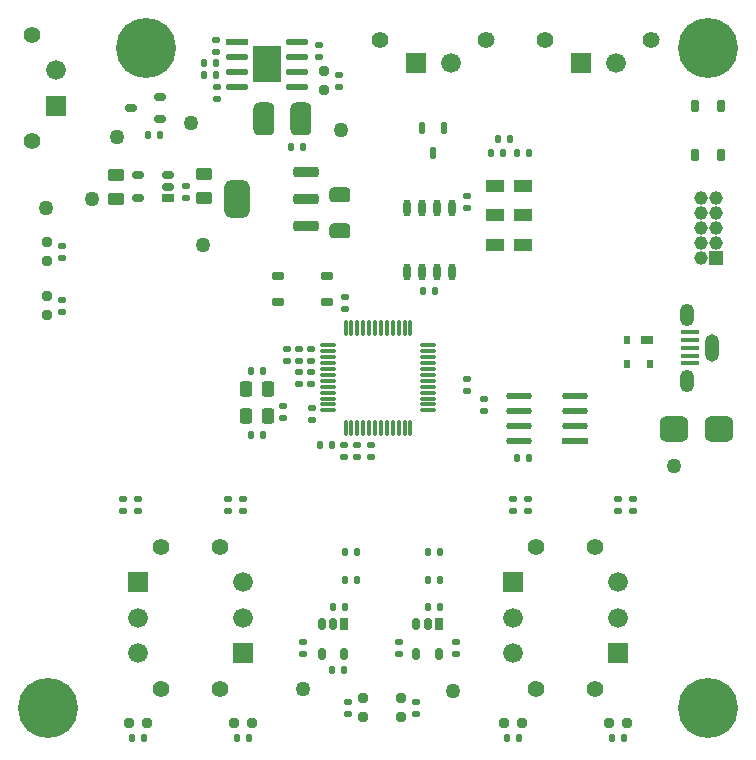
<source format=gbr>
%TF.GenerationSoftware,Altium Limited,Altium Designer,24.5.2 (23)*%
G04 Layer_Color=8388736*
%FSLAX45Y45*%
%MOMM*%
%TF.SameCoordinates,627A3E5C-85DC-498E-B9C8-82595492641C*%
%TF.FilePolarity,Negative*%
%TF.FileFunction,Soldermask,Top*%
%TF.Part,Single*%
G01*
G75*
%TA.AperFunction,SMDPad,CuDef*%
%ADD10C,1.27000*%
%ADD11R,1.60000X1.00000*%
G04:AMPARAMS|DCode=12|XSize=2.15mm|YSize=2.45mm|CornerRadius=0.5375mm|HoleSize=0mm|Usage=FLASHONLY|Rotation=270.000|XOffset=0mm|YOffset=0mm|HoleType=Round|Shape=RoundedRectangle|*
%AMROUNDEDRECTD12*
21,1,2.15000,1.37500,0,0,270.0*
21,1,1.07500,2.45000,0,0,270.0*
1,1,1.07500,-0.68750,-0.53750*
1,1,1.07500,-0.68750,0.53750*
1,1,1.07500,0.68750,0.53750*
1,1,1.07500,0.68750,-0.53750*
%
%ADD12ROUNDEDRECTD12*%
%ADD13R,1.92006X0.58213*%
G04:AMPARAMS|DCode=14|XSize=1.92006mm|YSize=0.58213mm|CornerRadius=0.29107mm|HoleSize=0mm|Usage=FLASHONLY|Rotation=0.000|XOffset=0mm|YOffset=0mm|HoleType=Round|Shape=RoundedRectangle|*
%AMROUNDEDRECTD14*
21,1,1.92006,0.00000,0,0,0.0*
21,1,1.33793,0.58213,0,0,0.0*
1,1,0.58213,0.66896,0.00000*
1,1,0.58213,-0.66896,0.00000*
1,1,0.58213,-0.66896,0.00000*
1,1,0.58213,0.66896,0.00000*
%
%ADD14ROUNDEDRECTD14*%
%ADD15R,2.40000X3.10000*%
G04:AMPARAMS|DCode=16|XSize=0.7mm|YSize=1mm|CornerRadius=0.175mm|HoleSize=0mm|Usage=FLASHONLY|Rotation=0.000|XOffset=0mm|YOffset=0mm|HoleType=Round|Shape=RoundedRectangle|*
%AMROUNDEDRECTD16*
21,1,0.70000,0.65000,0,0,0.0*
21,1,0.35000,1.00000,0,0,0.0*
1,1,0.35000,0.17500,-0.32500*
1,1,0.35000,-0.17500,-0.32500*
1,1,0.35000,-0.17500,0.32500*
1,1,0.35000,0.17500,0.32500*
%
%ADD16ROUNDEDRECTD16*%
%ADD17R,0.70000X1.00000*%
G04:AMPARAMS|DCode=18|XSize=1.05mm|YSize=0.65mm|CornerRadius=0.1625mm|HoleSize=0mm|Usage=FLASHONLY|Rotation=0.000|XOffset=0mm|YOffset=0mm|HoleType=Round|Shape=RoundedRectangle|*
%AMROUNDEDRECTD18*
21,1,1.05000,0.32500,0,0,0.0*
21,1,0.72500,0.65000,0,0,0.0*
1,1,0.32500,0.36250,-0.16250*
1,1,0.32500,-0.36250,-0.16250*
1,1,0.32500,-0.36250,0.16250*
1,1,0.32500,0.36250,0.16250*
%
%ADD18ROUNDEDRECTD18*%
G04:AMPARAMS|DCode=19|XSize=1.05mm|YSize=0.65mm|CornerRadius=0.1625mm|HoleSize=0mm|Usage=FLASHONLY|Rotation=270.000|XOffset=0mm|YOffset=0mm|HoleType=Round|Shape=RoundedRectangle|*
%AMROUNDEDRECTD19*
21,1,1.05000,0.32500,0,0,270.0*
21,1,0.72500,0.65000,0,0,270.0*
1,1,0.32500,-0.16250,-0.36250*
1,1,0.32500,-0.16250,0.36250*
1,1,0.32500,0.16250,0.36250*
1,1,0.32500,0.16250,-0.36250*
%
%ADD19ROUNDEDRECTD19*%
%ADD20R,0.60000X0.70000*%
G04:AMPARAMS|DCode=21|XSize=0.508mm|YSize=0.635mm|CornerRadius=0.127mm|HoleSize=0mm|Usage=FLASHONLY|Rotation=270.000|XOffset=0mm|YOffset=0mm|HoleType=Round|Shape=RoundedRectangle|*
%AMROUNDEDRECTD21*
21,1,0.50800,0.38100,0,0,270.0*
21,1,0.25400,0.63500,0,0,270.0*
1,1,0.25400,-0.19050,-0.12700*
1,1,0.25400,-0.19050,0.12700*
1,1,0.25400,0.19050,0.12700*
1,1,0.25400,0.19050,-0.12700*
%
%ADD21ROUNDEDRECTD21*%
G04:AMPARAMS|DCode=22|XSize=1.27mm|YSize=1.778mm|CornerRadius=0.3175mm|HoleSize=0mm|Usage=FLASHONLY|Rotation=90.000|XOffset=0mm|YOffset=0mm|HoleType=Round|Shape=RoundedRectangle|*
%AMROUNDEDRECTD22*
21,1,1.27000,1.14300,0,0,90.0*
21,1,0.63500,1.77800,0,0,90.0*
1,1,0.63500,0.57150,0.31750*
1,1,0.63500,0.57150,-0.31750*
1,1,0.63500,-0.57150,-0.31750*
1,1,0.63500,-0.57150,0.31750*
%
%ADD22ROUNDEDRECTD22*%
G04:AMPARAMS|DCode=23|XSize=0.508mm|YSize=0.635mm|CornerRadius=0.127mm|HoleSize=0mm|Usage=FLASHONLY|Rotation=0.000|XOffset=0mm|YOffset=0mm|HoleType=Round|Shape=RoundedRectangle|*
%AMROUNDEDRECTD23*
21,1,0.50800,0.38100,0,0,0.0*
21,1,0.25400,0.63500,0,0,0.0*
1,1,0.25400,0.12700,-0.19050*
1,1,0.25400,-0.12700,-0.19050*
1,1,0.25400,-0.12700,0.19050*
1,1,0.25400,0.12700,0.19050*
%
%ADD23ROUNDEDRECTD23*%
G04:AMPARAMS|DCode=24|XSize=0.9mm|YSize=2.15mm|CornerRadius=0.225mm|HoleSize=0mm|Usage=FLASHONLY|Rotation=270.000|XOffset=0mm|YOffset=0mm|HoleType=Round|Shape=RoundedRectangle|*
%AMROUNDEDRECTD24*
21,1,0.90000,1.70000,0,0,270.0*
21,1,0.45000,2.15000,0,0,270.0*
1,1,0.45000,-0.85000,-0.22500*
1,1,0.45000,-0.85000,0.22500*
1,1,0.45000,0.85000,0.22500*
1,1,0.45000,0.85000,-0.22500*
%
%ADD24ROUNDEDRECTD24*%
G04:AMPARAMS|DCode=25|XSize=3.2mm|YSize=2.15mm|CornerRadius=0.5375mm|HoleSize=0mm|Usage=FLASHONLY|Rotation=270.000|XOffset=0mm|YOffset=0mm|HoleType=Round|Shape=RoundedRectangle|*
%AMROUNDEDRECTD25*
21,1,3.20000,1.07500,0,0,270.0*
21,1,2.12500,2.15000,0,0,270.0*
1,1,1.07500,-0.53750,-1.06250*
1,1,1.07500,-0.53750,1.06250*
1,1,1.07500,0.53750,1.06250*
1,1,1.07500,0.53750,-1.06250*
%
%ADD25ROUNDEDRECTD25*%
G04:AMPARAMS|DCode=26|XSize=0.7mm|YSize=1mm|CornerRadius=0.175mm|HoleSize=0mm|Usage=FLASHONLY|Rotation=270.000|XOffset=0mm|YOffset=0mm|HoleType=Round|Shape=RoundedRectangle|*
%AMROUNDEDRECTD26*
21,1,0.70000,0.65000,0,0,270.0*
21,1,0.35000,1.00000,0,0,270.0*
1,1,0.35000,-0.32500,-0.17500*
1,1,0.35000,-0.32500,0.17500*
1,1,0.35000,0.32500,0.17500*
1,1,0.35000,0.32500,-0.17500*
%
%ADD26ROUNDEDRECTD26*%
G04:AMPARAMS|DCode=27|XSize=0.8mm|YSize=0.8mm|CornerRadius=0.2mm|HoleSize=0mm|Usage=FLASHONLY|Rotation=270.000|XOffset=0mm|YOffset=0mm|HoleType=Round|Shape=RoundedRectangle|*
%AMROUNDEDRECTD27*
21,1,0.80000,0.40000,0,0,270.0*
21,1,0.40000,0.80000,0,0,270.0*
1,1,0.40000,-0.20000,-0.20000*
1,1,0.40000,-0.20000,0.20000*
1,1,0.40000,0.20000,0.20000*
1,1,0.40000,0.20000,-0.20000*
%
%ADD27ROUNDEDRECTD27*%
%ADD28R,2.17406X0.55213*%
G04:AMPARAMS|DCode=29|XSize=2.17406mm|YSize=0.55213mm|CornerRadius=0.27606mm|HoleSize=0mm|Usage=FLASHONLY|Rotation=180.000|XOffset=0mm|YOffset=0mm|HoleType=Round|Shape=RoundedRectangle|*
%AMROUNDEDRECTD29*
21,1,2.17406,0.00000,0,0,180.0*
21,1,1.62193,0.55213,0,0,180.0*
1,1,0.55213,-0.81097,0.00000*
1,1,0.55213,0.81097,0.00000*
1,1,0.55213,0.81097,0.00000*
1,1,0.55213,-0.81097,0.00000*
%
%ADD29ROUNDEDRECTD29*%
%ADD30O,0.30000X1.45000*%
%ADD31O,1.45000X0.30000*%
G04:AMPARAMS|DCode=32|XSize=1.3mm|YSize=1.1mm|CornerRadius=0.275mm|HoleSize=0mm|Usage=FLASHONLY|Rotation=270.000|XOffset=0mm|YOffset=0mm|HoleType=Round|Shape=RoundedRectangle|*
%AMROUNDEDRECTD32*
21,1,1.30000,0.55000,0,0,270.0*
21,1,0.75000,1.10000,0,0,270.0*
1,1,0.55000,-0.27500,-0.37500*
1,1,0.55000,-0.27500,0.37500*
1,1,0.55000,0.27500,0.37500*
1,1,0.55000,0.27500,-0.37500*
%
%ADD32ROUNDEDRECTD32*%
G04:AMPARAMS|DCode=33|XSize=1.778mm|YSize=2.794mm|CornerRadius=0.4445mm|HoleSize=0mm|Usage=FLASHONLY|Rotation=0.000|XOffset=0mm|YOffset=0mm|HoleType=Round|Shape=RoundedRectangle|*
%AMROUNDEDRECTD33*
21,1,1.77800,1.90500,0,0,0.0*
21,1,0.88900,2.79400,0,0,0.0*
1,1,0.88900,0.44450,-0.95250*
1,1,0.88900,-0.44450,-0.95250*
1,1,0.88900,-0.44450,0.95250*
1,1,0.88900,0.44450,0.95250*
%
%ADD33ROUNDEDRECTD33*%
%ADD34R,1.00000X0.70000*%
%ADD35O,0.60000X1.45000*%
%ADD36R,1.50000X0.44800*%
G04:AMPARAMS|DCode=37|XSize=0.986mm|YSize=0.59mm|CornerRadius=0.1475mm|HoleSize=0mm|Usage=FLASHONLY|Rotation=270.000|XOffset=0mm|YOffset=0mm|HoleType=Round|Shape=RoundedRectangle|*
%AMROUNDEDRECTD37*
21,1,0.98600,0.29500,0,0,270.0*
21,1,0.69101,0.59000,0,0,270.0*
1,1,0.29500,-0.14750,-0.34550*
1,1,0.29500,-0.14750,0.34550*
1,1,0.29500,0.14750,0.34550*
1,1,0.29500,0.14750,-0.34550*
%
%ADD37ROUNDEDRECTD37*%
%ADD38R,1.00000X0.70000*%
G04:AMPARAMS|DCode=39|XSize=0.8mm|YSize=0.8mm|CornerRadius=0.2mm|HoleSize=0mm|Usage=FLASHONLY|Rotation=180.000|XOffset=0mm|YOffset=0mm|HoleType=Round|Shape=RoundedRectangle|*
%AMROUNDEDRECTD39*
21,1,0.80000,0.40000,0,0,180.0*
21,1,0.40000,0.80000,0,0,180.0*
1,1,0.40000,-0.20000,0.20000*
1,1,0.40000,0.20000,0.20000*
1,1,0.40000,0.20000,-0.20000*
1,1,0.40000,-0.20000,-0.20000*
%
%ADD39ROUNDEDRECTD39*%
G04:AMPARAMS|DCode=40|XSize=1.016mm|YSize=1.397mm|CornerRadius=0.254mm|HoleSize=0mm|Usage=FLASHONLY|Rotation=270.000|XOffset=0mm|YOffset=0mm|HoleType=Round|Shape=RoundedRectangle|*
%AMROUNDEDRECTD40*
21,1,1.01600,0.88900,0,0,270.0*
21,1,0.50800,1.39700,0,0,270.0*
1,1,0.50800,-0.44450,-0.25400*
1,1,0.50800,-0.44450,0.25400*
1,1,0.50800,0.44450,0.25400*
1,1,0.50800,0.44450,-0.25400*
%
%ADD40ROUNDEDRECTD40*%
%TA.AperFunction,ViaPad*%
%ADD53C,5.08000*%
%TA.AperFunction,ComponentPad*%
%ADD57R,1.15800X1.15800*%
%ADD58C,1.15800*%
%TA.AperFunction,ViaPad*%
%ADD63C,0.76200*%
%TA.AperFunction,NonConductor*%
%ADD82C,0.71120*%
%TA.AperFunction,ComponentPad*%
%ADD83C,1.67240*%
%ADD84C,1.42240*%
%ADD85R,1.67240X1.67240*%
%ADD86R,1.67240X1.67240*%
%ADD87O,1.22700X2.32700*%
%ADD88O,1.22700X1.92700*%
D10*
X3810000Y523240D02*
D03*
X2537460Y543560D02*
D03*
X5676900Y2425700D02*
D03*
X750570Y4687570D02*
D03*
X1694180Y4302760D02*
D03*
X2865120Y5275580D02*
D03*
X365760Y4610100D02*
D03*
X1587500Y5334000D02*
D03*
X967740Y5212080D02*
D03*
D11*
X4165600Y4800600D02*
D03*
Y4550600D02*
D03*
Y4300600D02*
D03*
X4405600Y4800600D02*
D03*
X4405600Y4550600D02*
D03*
X4405600Y4300600D02*
D03*
D12*
X6057900Y2743200D02*
D03*
X5676900D02*
D03*
D13*
X1981200Y6019800D02*
D03*
D14*
X1981200Y5892800D02*
D03*
Y5765800D02*
D03*
X2489200D02*
D03*
Y5892800D02*
D03*
X2489200Y6019800D02*
D03*
Y5638800D02*
D03*
X1981200Y5638800D02*
D03*
D15*
X2235200Y5829300D02*
D03*
D16*
X2794000Y1090200D02*
D03*
X2699000D02*
D03*
Y840200D02*
D03*
X2889000Y840200D02*
D03*
X3689100Y840200D02*
D03*
X3499100Y840200D02*
D03*
Y1090200D02*
D03*
X3594100Y1090200D02*
D03*
D17*
X2889000Y1090200D02*
D03*
X3689100Y1090200D02*
D03*
D18*
X2739880Y3819340D02*
D03*
X2324880D02*
D03*
X2739880Y4034340D02*
D03*
X2324880D02*
D03*
D19*
X5861500Y5063000D02*
D03*
Y5478000D02*
D03*
X6076500Y5063000D02*
D03*
Y5478000D02*
D03*
D20*
X5284720Y3495980D02*
D03*
X5284720Y3295980D02*
D03*
X5474720D02*
D03*
D21*
X2603500Y3416300D02*
D03*
Y3314700D02*
D03*
X2677160Y5892800D02*
D03*
X2677160Y5994400D02*
D03*
X1803400Y6032500D02*
D03*
Y5930901D02*
D03*
X2844800Y5638800D02*
D03*
Y5740400D02*
D03*
X3111500Y2501900D02*
D03*
Y2603500D02*
D03*
X1808480Y5537200D02*
D03*
Y5638800D02*
D03*
X5334000Y2146300D02*
D03*
Y2044700D02*
D03*
X3931920Y3060700D02*
D03*
Y3162299D02*
D03*
X4069080Y2999740D02*
D03*
Y2898141D02*
D03*
X2540000Y939800D02*
D03*
Y838200D02*
D03*
X3352800Y939800D02*
D03*
Y838200D02*
D03*
X2372360Y2933700D02*
D03*
Y2832100D02*
D03*
X495300Y4292600D02*
D03*
Y4191000D02*
D03*
Y3835400D02*
D03*
Y3733800D02*
D03*
X2921000Y330200D02*
D03*
Y431800D02*
D03*
X3492500Y330200D02*
D03*
Y431800D02*
D03*
X1143000Y2146300D02*
D03*
Y2044700D02*
D03*
X1016000Y2146300D02*
D03*
Y2044700D02*
D03*
X2032000Y2146300D02*
D03*
Y2044700D02*
D03*
X1905000Y2146300D02*
D03*
Y2044700D02*
D03*
X4318000Y2146300D02*
D03*
Y2044700D02*
D03*
X4445000Y2146300D02*
D03*
Y2044700D02*
D03*
X5207000Y2146300D02*
D03*
Y2044700D02*
D03*
X2501900Y3124200D02*
D03*
Y3225800D02*
D03*
X2603500Y3124200D02*
D03*
Y3225800D02*
D03*
X2400300Y3314700D02*
D03*
Y3416300D02*
D03*
X3931920Y4714240D02*
D03*
Y4612640D02*
D03*
X2616200Y2819400D02*
D03*
Y2921000D02*
D03*
X2898140Y3860800D02*
D03*
Y3759200D02*
D03*
X2882900Y2501900D02*
D03*
Y2603500D02*
D03*
X3835400Y939800D02*
D03*
Y838200D02*
D03*
X2997200Y2501900D02*
D03*
Y2603500D02*
D03*
X2501900Y3416300D02*
D03*
Y3314700D02*
D03*
X1549400Y4800600D02*
D03*
Y4699000D02*
D03*
D22*
X2849880Y4721860D02*
D03*
Y4417060D02*
D03*
D23*
X2435860Y5133340D02*
D03*
X2537460D02*
D03*
X1328420Y5227320D02*
D03*
X1226820D02*
D03*
X1701800Y5740400D02*
D03*
X1803400D02*
D03*
X1803400Y5842000D02*
D03*
X1701801Y5842000D02*
D03*
X2197693Y3233239D02*
D03*
X2096093D02*
D03*
X2197693Y2694424D02*
D03*
X2096093D02*
D03*
X2895600Y1701800D02*
D03*
X2997200D02*
D03*
X3695700Y1460500D02*
D03*
X3594101D02*
D03*
X3695699Y1701800D02*
D03*
X3594100D02*
D03*
X4348481Y5080000D02*
D03*
X4450080D02*
D03*
X4236720Y5082540D02*
D03*
X4135120D02*
D03*
X1092200Y127000D02*
D03*
X1193800D02*
D03*
X1981200D02*
D03*
X2082800D02*
D03*
X4368800D02*
D03*
X4267200D02*
D03*
X5257800D02*
D03*
X5156200D02*
D03*
X2895600Y1460500D02*
D03*
X2997199D02*
D03*
X3553460Y3911600D02*
D03*
X3655059D02*
D03*
X4193540Y5196840D02*
D03*
X4295140Y5196840D02*
D03*
X2794000Y1231900D02*
D03*
X2895600D02*
D03*
X2781300Y698500D02*
D03*
X2882900D02*
D03*
X2679700Y2603500D02*
D03*
X2781300D02*
D03*
X3594101Y1231900D02*
D03*
X3695700D02*
D03*
X4455160Y2494280D02*
D03*
X4353560D02*
D03*
D24*
X2568340Y4458840D02*
D03*
X2568340Y4688840D02*
D03*
X2568340Y4918840D02*
D03*
D25*
X1983340Y4688840D02*
D03*
D26*
X1326500Y5366000D02*
D03*
X1326500Y5556000D02*
D03*
X1086500Y5461000D02*
D03*
X1146999Y4699000D02*
D03*
X1147000Y4889000D02*
D03*
X1397000D02*
D03*
Y4794000D02*
D03*
D27*
X2717800Y5609600D02*
D03*
Y5769600D02*
D03*
X368300Y4321800D02*
D03*
Y4161800D02*
D03*
Y3864601D02*
D03*
Y3704600D02*
D03*
X3048000Y301000D02*
D03*
Y461000D02*
D03*
X3365500Y301000D02*
D03*
Y461000D02*
D03*
D28*
X4839087Y2639060D02*
D03*
D29*
Y2766060D02*
D03*
Y2893060D02*
D03*
Y3020060D02*
D03*
X4365873D02*
D03*
Y2893060D02*
D03*
Y2766060D02*
D03*
Y2639060D02*
D03*
D30*
X2900000Y3597500D02*
D03*
X2950000D02*
D03*
X3000000D02*
D03*
X3050000D02*
D03*
X3100000D02*
D03*
X3150000Y3597500D02*
D03*
X3200000D02*
D03*
X3250000Y3597500D02*
D03*
X3300000D02*
D03*
X3350000D02*
D03*
X3400000D02*
D03*
X3450000D02*
D03*
Y2752500D02*
D03*
X3400000D02*
D03*
X3350000D02*
D03*
X3300000D02*
D03*
X3250000D02*
D03*
X3200000D02*
D03*
X3150000D02*
D03*
X3100000D02*
D03*
X3050000D02*
D03*
X3000000D02*
D03*
X2950000D02*
D03*
X2900000D02*
D03*
D31*
X3597500Y3450000D02*
D03*
Y3400000D02*
D03*
Y3350000D02*
D03*
Y3300000D02*
D03*
Y3250000D02*
D03*
X3597500Y3200000D02*
D03*
Y3150000D02*
D03*
X3597500Y3100000D02*
D03*
Y3050000D02*
D03*
Y3000000D02*
D03*
Y2950000D02*
D03*
Y2900000D02*
D03*
X2752500D02*
D03*
Y2950000D02*
D03*
Y3000000D02*
D03*
Y3050000D02*
D03*
Y3100000D02*
D03*
X2752500Y3150000D02*
D03*
Y3200000D02*
D03*
X2752500Y3250000D02*
D03*
Y3300000D02*
D03*
Y3350000D02*
D03*
Y3400000D02*
D03*
Y3450000D02*
D03*
D32*
X2240485Y3078832D02*
D03*
Y2848832D02*
D03*
X2060485D02*
D03*
Y3078832D02*
D03*
D33*
X2208530Y5367020D02*
D03*
X2526030D02*
D03*
D34*
X1397000Y4699000D02*
D03*
D35*
X3416300Y4070900D02*
D03*
X3543300D02*
D03*
X3670300D02*
D03*
X3797300D02*
D03*
X3416300Y4615900D02*
D03*
X3543300D02*
D03*
X3670300D02*
D03*
X3797300D02*
D03*
D36*
X5816600Y3559000D02*
D03*
Y3299000D02*
D03*
Y3494000D02*
D03*
Y3364000D02*
D03*
Y3429000D02*
D03*
D37*
X3737360Y5289640D02*
D03*
X3547360D02*
D03*
X3642360Y5078640D02*
D03*
D38*
X5454720Y3495980D02*
D03*
D39*
X1223000Y254000D02*
D03*
X1063000D02*
D03*
X2112000D02*
D03*
X1952000D02*
D03*
X4238000D02*
D03*
X4398000D02*
D03*
X5127000D02*
D03*
X5287000D02*
D03*
D40*
X1701800Y4902200D02*
D03*
X1701800Y4699000D02*
D03*
X960120Y4892040D02*
D03*
Y4688840D02*
D03*
D53*
X1206500Y5969000D02*
D03*
X5969000D02*
D03*
Y381000D02*
D03*
X381000D02*
D03*
D57*
X6032500Y4191000D02*
D03*
D58*
Y4318000D02*
D03*
Y4572000D02*
D03*
X6032500Y4699000D02*
D03*
X5905501Y4191000D02*
D03*
X5905500Y4318001D02*
D03*
X5905500Y4445000D02*
D03*
X5905500Y4572000D02*
D03*
Y4699000D02*
D03*
X6032500Y4445000D02*
D03*
D63*
X2298700Y5925820D02*
D03*
X2171700Y5732780D02*
D03*
X2298700D02*
D03*
X2171700Y5829300D02*
D03*
X2298700D02*
D03*
X2171700Y5925820D02*
D03*
D82*
X1871560Y1743000D02*
G03*
X1871560Y1743000I-35560J0D01*
G01*
X284060Y6078500D02*
G03*
X284060Y6078500I-35560J0D01*
G01*
X5525060Y6038000D02*
G03*
X5525060Y6038000I-35560J0D01*
G01*
X4128060Y6038000D02*
G03*
X4128060Y6038000I-35560J0D01*
G01*
X1374560Y543000D02*
G03*
X1374560Y543000I-35560J0D01*
G01*
X4549560D02*
G03*
X4549560Y543000I-35560J0D01*
G01*
X5046560Y1743000D02*
G03*
X5046560Y1743000I-35560J0D01*
G01*
D83*
X2032000Y1443000D02*
D03*
Y1143000D02*
D03*
X444500Y5778500D02*
D03*
X5189500Y5842000D02*
D03*
X3792500D02*
D03*
X1143000Y1143000D02*
D03*
Y843000D02*
D03*
X4318000Y1143000D02*
D03*
Y843000D02*
D03*
X5207000Y1143000D02*
D03*
Y1443000D02*
D03*
D84*
X1836000Y1743000D02*
D03*
Y543000D02*
D03*
X248500Y5178500D02*
D03*
Y6078500D02*
D03*
X4589500Y6038000D02*
D03*
X5489500Y6038000D02*
D03*
X3192500Y6038000D02*
D03*
X4092500D02*
D03*
X1339000Y1743000D02*
D03*
Y543000D02*
D03*
X4514000Y1743000D02*
D03*
Y543000D02*
D03*
X5011000Y543000D02*
D03*
Y1743000D02*
D03*
D85*
X2032000Y843000D02*
D03*
X444500Y5478500D02*
D03*
X1143000Y1443000D02*
D03*
X4318000D02*
D03*
X5207000Y843000D02*
D03*
D86*
X4889500Y5842000D02*
D03*
X3492500D02*
D03*
D87*
X6006600Y3429000D02*
D03*
D88*
X5791600Y3709000D02*
D03*
Y3149000D02*
D03*
%TF.MD5,46621549cb9f3a19a9cb214c58916a92*%
M02*

</source>
